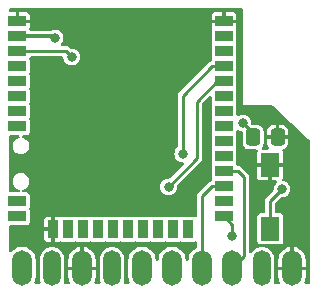
<source format=gbr>
%TF.GenerationSoftware,KiCad,Pcbnew,7.0.2-1.fc38*%
%TF.CreationDate,2023-06-06T11:06:49+02:00*%
%TF.ProjectId,marauder_mini_pcb,6d617261-7564-4657-925f-6d696e695f70,rev?*%
%TF.SameCoordinates,Original*%
%TF.FileFunction,Copper,L1,Top*%
%TF.FilePolarity,Positive*%
%FSLAX46Y46*%
G04 Gerber Fmt 4.6, Leading zero omitted, Abs format (unit mm)*
G04 Created by KiCad (PCBNEW 7.0.2-1.fc38) date 2023-06-06 11:06:49*
%MOMM*%
%LPD*%
G01*
G04 APERTURE LIST*
G04 Aperture macros list*
%AMRoundRect*
0 Rectangle with rounded corners*
0 $1 Rounding radius*
0 $2 $3 $4 $5 $6 $7 $8 $9 X,Y pos of 4 corners*
0 Add a 4 corners polygon primitive as box body*
4,1,4,$2,$3,$4,$5,$6,$7,$8,$9,$2,$3,0*
0 Add four circle primitives for the rounded corners*
1,1,$1+$1,$2,$3*
1,1,$1+$1,$4,$5*
1,1,$1+$1,$6,$7*
1,1,$1+$1,$8,$9*
0 Add four rect primitives between the rounded corners*
20,1,$1+$1,$2,$3,$4,$5,0*
20,1,$1+$1,$4,$5,$6,$7,0*
20,1,$1+$1,$6,$7,$8,$9,0*
20,1,$1+$1,$8,$9,$2,$3,0*%
G04 Aperture macros list end*
%TA.AperFunction,SMDPad,CuDef*%
%ADD10RoundRect,0.250000X0.337500X0.475000X-0.337500X0.475000X-0.337500X-0.475000X0.337500X-0.475000X0*%
%TD*%
%TA.AperFunction,SMDPad,CuDef*%
%ADD11R,1.500000X0.900000*%
%TD*%
%TA.AperFunction,SMDPad,CuDef*%
%ADD12R,0.900000X1.500000*%
%TD*%
%TA.AperFunction,ComponentPad*%
%ADD13O,1.700000X3.000000*%
%TD*%
%TA.AperFunction,ComponentPad*%
%ADD14O,1.500000X3.000000*%
%TD*%
%TA.AperFunction,SMDPad,CuDef*%
%ADD15R,1.600000X2.000000*%
%TD*%
%TA.AperFunction,ViaPad*%
%ADD16C,0.800000*%
%TD*%
%TA.AperFunction,Conductor*%
%ADD17C,0.250000*%
%TD*%
%TA.AperFunction,Conductor*%
%ADD18C,0.300000*%
%TD*%
G04 APERTURE END LIST*
D10*
%TO.P,LED,1,K*%
%TO.N,GND*%
X93437500Y-61200000D03*
%TO.P,LED,2,A*%
%TO.N,Net-(D1-A)*%
X91362500Y-61200000D03*
%TD*%
D11*
%TO.P,U1,1,GND*%
%TO.N,GND*%
X71400000Y-51390000D03*
%TO.P,U1,2,VDD*%
%TO.N,Net-(SW1-B)*%
X71400000Y-52660000D03*
%TO.P,U1,3,EN*%
%TO.N,Net-(U1-EN)*%
X71400000Y-53930000D03*
%TO.P,U1,4,SENSOR_VP*%
%TO.N,unconnected-(U1-SENSOR_VP-Pad4)*%
X71400000Y-55200000D03*
%TO.P,U1,5,SENSOR_VN*%
%TO.N,unconnected-(U1-SENSOR_VN-Pad5)*%
X71400000Y-56470000D03*
%TO.P,U1,6,IO34*%
%TO.N,unconnected-(U1-IO34-Pad6)*%
X71400000Y-57740000D03*
%TO.P,U1,7,IO35*%
%TO.N,unconnected-(U1-IO35-Pad7)*%
X71400000Y-59010000D03*
%TO.P,U1,8,IO32*%
%TO.N,unconnected-(U1-IO32-Pad8)*%
X71400000Y-60280000D03*
%TO.P,U1,13,IO14*%
%TO.N,unconnected-(U1-IO14-Pad13)*%
X71400000Y-66630000D03*
%TO.P,U1,14,IO12*%
%TO.N,unconnected-(U1-IO12-Pad14)*%
X71400000Y-67900000D03*
D12*
%TO.P,U1,15,GND*%
%TO.N,GND*%
X74435000Y-68995000D03*
%TO.P,U1,16,IO13*%
%TO.N,unconnected-(U1-IO13-Pad16)*%
X75705000Y-68995000D03*
%TO.P,U1,17,SHD/SD2*%
%TO.N,unconnected-(U1-SHD{slash}SD2-Pad17)*%
X76975000Y-68995000D03*
%TO.P,U1,18,SWP/SD3*%
%TO.N,unconnected-(U1-SWP{slash}SD3-Pad18)*%
X78245000Y-68995000D03*
%TO.P,U1,19,SCS/CMD*%
%TO.N,unconnected-(U1-SCS{slash}CMD-Pad19)*%
X79515000Y-68995000D03*
%TO.P,U1,20,SCK/CLK*%
%TO.N,unconnected-(U1-SCK{slash}CLK-Pad20)*%
X80785000Y-68995000D03*
%TO.P,U1,21,SDO/SD0*%
%TO.N,unconnected-(U1-SDO{slash}SD0-Pad21)*%
X82055000Y-68995000D03*
%TO.P,U1,22,SDI/SD1*%
%TO.N,unconnected-(U1-SDI{slash}SD1-Pad22)*%
X83325000Y-68995000D03*
%TO.P,U1,23,IO15*%
%TO.N,unconnected-(U1-IO15-Pad23)*%
X84595000Y-68995000D03*
%TO.P,U1,24,IO2*%
%TO.N,unconnected-(U1-IO2-Pad24)*%
X85865000Y-68995000D03*
D11*
%TO.P,U1,25,IO0*%
%TO.N,Net-(U1-IO0)*%
X88900000Y-67900000D03*
%TO.P,U1,26,IO4*%
%TO.N,unconnected-(U1-IO4-Pad26)*%
X88900000Y-66630000D03*
%TO.P,U1,27,IO16*%
%TO.N,Net-(J1-Pin_4)*%
X88900000Y-65360000D03*
%TO.P,U1,28,IO17*%
%TO.N,Net-(J1-Pin_3)*%
X88900000Y-64090000D03*
%TO.P,U1,29,IO5*%
%TO.N,unconnected-(U1-IO5-Pad29)*%
X88900000Y-62820000D03*
%TO.P,U1,30,IO18*%
%TO.N,unconnected-(U1-IO18-Pad30)*%
X88900000Y-61550000D03*
%TO.P,U1,31,IO19*%
%TO.N,unconnected-(U1-IO19-Pad31)*%
X88900000Y-60280000D03*
%TO.P,U1,32,NC*%
%TO.N,unconnected-(U1-NC-Pad32)*%
X88900000Y-59010000D03*
%TO.P,U1,33,IO21*%
%TO.N,unconnected-(U1-IO21-Pad33)*%
X88900000Y-57740000D03*
%TO.P,U1,34,RXD0/IO3*%
%TO.N,Net-(J1-Pin_6)*%
X88900000Y-56470000D03*
%TO.P,U1,35,TXD0/IO1*%
%TO.N,Net-(J1-Pin_5)*%
X88900000Y-55200000D03*
%TO.P,U1,36,IO22*%
%TO.N,unconnected-(U1-IO22-Pad36)*%
X88900000Y-53930000D03*
%TO.P,U1,37,IO23*%
%TO.N,unconnected-(U1-IO23-Pad37)*%
X88900000Y-52660000D03*
%TO.P,U1,38,GND*%
%TO.N,GND*%
X88900000Y-51390000D03*
%TD*%
D13*
%TO.P,J1,1,Pin_1*%
%TO.N,GND*%
X94660000Y-72300000D03*
D14*
%TO.P,J1,2,Pin_2*%
%TO.N,unconnected-(J1-Pin_2-Pad2)*%
X92120000Y-72300000D03*
D13*
%TO.P,J1,3,Pin_3*%
%TO.N,Net-(J1-Pin_3)*%
X89580000Y-72300000D03*
%TO.P,J1,4,Pin_4*%
%TO.N,Net-(J1-Pin_4)*%
X87040000Y-72300000D03*
%TO.P,J1,5,Pin_5*%
%TO.N,Net-(J1-Pin_5)*%
X84500000Y-72300000D03*
%TO.P,J1,6,Pin_6*%
%TO.N,Net-(J1-Pin_6)*%
X81960000Y-72300000D03*
D14*
%TO.P,J1,7,Pin_7*%
%TO.N,unconnected-(J1-Pin_7-Pad7)*%
X79420000Y-72300000D03*
D13*
%TO.P,J1,8,Pin_8*%
%TO.N,GND*%
X76880000Y-72300000D03*
D14*
%TO.P,J1,9,Pin_9*%
%TO.N,unconnected-(J1-Pin_9-Pad9)*%
X74340000Y-72300000D03*
D13*
%TO.P,J1,10,Pin_10*%
%TO.N,Net-(J1-Pin_10)*%
X71800000Y-72300000D03*
%TD*%
D15*
%TO.P,EN,1,1*%
%TO.N,GND*%
X92800000Y-63550000D03*
%TO.P,EN,2,2*%
%TO.N,Net-(U1-EN)*%
X92800000Y-68950000D03*
%TD*%
D16*
%TO.N,GND*%
X74000000Y-58000000D03*
X83000000Y-54000000D03*
%TO.N,Net-(D1-A)*%
X90500000Y-60000000D03*
%TO.N,Net-(J1-Pin_5)*%
X85400000Y-62600000D03*
%TO.N,Net-(J1-Pin_6)*%
X84200000Y-65400000D03*
%TO.N,Net-(SW1-B)*%
X74600000Y-52800000D03*
%TO.N,Net-(U1-IO0)*%
X89600000Y-69600000D03*
%TO.N,Net-(U1-EN)*%
X76000000Y-54400000D03*
X93800000Y-65600000D03*
%TD*%
D17*
%TO.N,Net-(D1-A)*%
X91362500Y-60862500D02*
X91362500Y-61200000D01*
X90500000Y-60000000D02*
X91362500Y-60862500D01*
%TO.N,Net-(J1-Pin_5)*%
X85400000Y-57700000D02*
X87900000Y-55200000D01*
X85400000Y-62600000D02*
X85400000Y-57700000D01*
X87900000Y-55200000D02*
X88900000Y-55200000D01*
%TO.N,Net-(J1-Pin_6)*%
X88320000Y-56470000D02*
X88900000Y-56470000D01*
X86600000Y-63000000D02*
X86600000Y-58190000D01*
X84200000Y-65400000D02*
X86600000Y-63000000D01*
X86600000Y-58190000D02*
X88320000Y-56470000D01*
%TO.N,Net-(J1-Pin_3)*%
X90090000Y-64090000D02*
X88900000Y-64090000D01*
X90600000Y-71280000D02*
X90600000Y-64600000D01*
X89580000Y-72300000D02*
X90600000Y-71280000D01*
X90600000Y-64600000D02*
X90090000Y-64090000D01*
%TO.N,Net-(J1-Pin_4)*%
X87900000Y-65360000D02*
X88900000Y-65360000D01*
X87040000Y-66220000D02*
X87900000Y-65360000D01*
X87040000Y-72300000D02*
X87040000Y-66220000D01*
D18*
%TO.N,Net-(SW1-B)*%
X74460000Y-52660000D02*
X71400000Y-52660000D01*
X74600000Y-52800000D02*
X74460000Y-52660000D01*
D17*
%TO.N,Net-(U1-IO0)*%
X89600000Y-68600000D02*
X88900000Y-67900000D01*
X89600000Y-69600000D02*
X89600000Y-68600000D01*
%TO.N,Net-(U1-EN)*%
X92800000Y-66600000D02*
X93800000Y-65600000D01*
X71400000Y-53930000D02*
X75530000Y-53930000D01*
X75530000Y-53930000D02*
X76000000Y-54400000D01*
X92800000Y-68950000D02*
X92800000Y-66600000D01*
%TD*%
%TA.AperFunction,Conductor*%
%TO.N,GND*%
G36*
X90443039Y-50269685D02*
G01*
X90488794Y-50322489D01*
X90500000Y-50373999D01*
X90500000Y-58500000D01*
X92950964Y-58500000D01*
X93018003Y-58519685D01*
X93035771Y-58533536D01*
X96013527Y-61325182D01*
X96160809Y-61463258D01*
X96196253Y-61523470D01*
X96200000Y-61553721D01*
X96200000Y-73476000D01*
X96180315Y-73543039D01*
X96127511Y-73588794D01*
X96076000Y-73600000D01*
X95821288Y-73600000D01*
X95754249Y-73580315D01*
X95708494Y-73527511D01*
X95698550Y-73458353D01*
X95710287Y-73420729D01*
X95736938Y-73367204D01*
X95795262Y-73162219D01*
X95809734Y-73006030D01*
X95810000Y-73000297D01*
X95810000Y-72450000D01*
X95137065Y-72450000D01*
X95160000Y-72371889D01*
X95160000Y-72228111D01*
X95137065Y-72150000D01*
X95810000Y-72150000D01*
X95810000Y-71599702D01*
X95809734Y-71593969D01*
X95795262Y-71437780D01*
X95736937Y-71232791D01*
X95641941Y-71042011D01*
X95513502Y-70871932D01*
X95355996Y-70728345D01*
X95174798Y-70616153D01*
X94976061Y-70539162D01*
X94809999Y-70508119D01*
X94809999Y-71818829D01*
X94802315Y-71815320D01*
X94695763Y-71800000D01*
X94624237Y-71800000D01*
X94517685Y-71815320D01*
X94510000Y-71818829D01*
X94510000Y-70508119D01*
X94343938Y-70539162D01*
X94145201Y-70616153D01*
X93964003Y-70728345D01*
X93806497Y-70871932D01*
X93678058Y-71042011D01*
X93583062Y-71232791D01*
X93524737Y-71437780D01*
X93510265Y-71593969D01*
X93510000Y-71599702D01*
X93510000Y-72150000D01*
X94182935Y-72150000D01*
X94160000Y-72228111D01*
X94160000Y-72371889D01*
X94182935Y-72450000D01*
X93510000Y-72450000D01*
X93510000Y-73000297D01*
X93510265Y-73006030D01*
X93524737Y-73162219D01*
X93583061Y-73367204D01*
X93609713Y-73420729D01*
X93621973Y-73489515D01*
X93595099Y-73554009D01*
X93537623Y-73593737D01*
X93498712Y-73600000D01*
X93218124Y-73600000D01*
X93151085Y-73580315D01*
X93105330Y-73527511D01*
X93095386Y-73458353D01*
X93099463Y-73440005D01*
X93155300Y-73255934D01*
X93170500Y-73101608D01*
X93170500Y-71498392D01*
X93155300Y-71344066D01*
X93095232Y-71146046D01*
X92997685Y-70963550D01*
X92930089Y-70881183D01*
X92866410Y-70803589D01*
X92768952Y-70723609D01*
X92706450Y-70672315D01*
X92523954Y-70574768D01*
X92424944Y-70544733D01*
X92325932Y-70514699D01*
X92155390Y-70497902D01*
X92121681Y-70484290D01*
X92107389Y-70493476D01*
X92084608Y-70497902D01*
X91914067Y-70514699D01*
X91716043Y-70574769D01*
X91533551Y-70672314D01*
X91373589Y-70803589D01*
X91245354Y-70959847D01*
X91187608Y-70999182D01*
X91117764Y-71001053D01*
X91057995Y-70964866D01*
X91027279Y-70902110D01*
X91025500Y-70881183D01*
X91025500Y-69991302D01*
X91699500Y-69991302D01*
X91699501Y-69994864D01*
X91699912Y-69998407D01*
X91702415Y-70019991D01*
X91747795Y-70122767D01*
X91827232Y-70202204D01*
X91827233Y-70202204D01*
X91827235Y-70202206D01*
X91930009Y-70247585D01*
X91955135Y-70250500D01*
X92072455Y-70250499D01*
X92120891Y-70264721D01*
X92144441Y-70252670D01*
X92167535Y-70250499D01*
X93644864Y-70250499D01*
X93669991Y-70247585D01*
X93772765Y-70202206D01*
X93852206Y-70122765D01*
X93897585Y-70019991D01*
X93900500Y-69994865D01*
X93900499Y-67905136D01*
X93897585Y-67880009D01*
X93852206Y-67777235D01*
X93852204Y-67777233D01*
X93852204Y-67777232D01*
X93772767Y-67697795D01*
X93669990Y-67652414D01*
X93648414Y-67649911D01*
X93648401Y-67649910D01*
X93644865Y-67649500D01*
X93641290Y-67649500D01*
X93349500Y-67649500D01*
X93282461Y-67629815D01*
X93236706Y-67577011D01*
X93225500Y-67525500D01*
X93225500Y-66827608D01*
X93245185Y-66760569D01*
X93261814Y-66739932D01*
X93664928Y-66336818D01*
X93726251Y-66303334D01*
X93752609Y-66300500D01*
X93885055Y-66300500D01*
X93885056Y-66300500D01*
X94050225Y-66259790D01*
X94200852Y-66180734D01*
X94328183Y-66067929D01*
X94424818Y-65927930D01*
X94485140Y-65768872D01*
X94505645Y-65600000D01*
X94485140Y-65431128D01*
X94424818Y-65272070D01*
X94328183Y-65132071D01*
X94200852Y-65019266D01*
X94148227Y-64991646D01*
X94050224Y-64940209D01*
X93927987Y-64910081D01*
X93867606Y-64874925D01*
X93835818Y-64812705D01*
X93842714Y-64743177D01*
X93844227Y-64739598D01*
X93897090Y-64619874D01*
X93899588Y-64598340D01*
X93900000Y-64591219D01*
X93900000Y-63700000D01*
X92950000Y-63700000D01*
X92950000Y-64849999D01*
X93263250Y-64849999D01*
X93330289Y-64869684D01*
X93376044Y-64922488D01*
X93385988Y-64991646D01*
X93356963Y-65055202D01*
X93345483Y-65066808D01*
X93314788Y-65094002D01*
X93271815Y-65132072D01*
X93175182Y-65272069D01*
X93114860Y-65431127D01*
X93094354Y-65600002D01*
X93098326Y-65632713D01*
X93086865Y-65701637D01*
X93062911Y-65735339D01*
X92488197Y-66310052D01*
X92488193Y-66310058D01*
X92451471Y-66346780D01*
X92440509Y-66368294D01*
X92430347Y-66384877D01*
X92416151Y-66404417D01*
X92408687Y-66427387D01*
X92401244Y-66445356D01*
X92390280Y-66466874D01*
X92386503Y-66490723D01*
X92381962Y-66509639D01*
X92374500Y-66532606D01*
X92374500Y-67525500D01*
X92354815Y-67592539D01*
X92302011Y-67638294D01*
X92250500Y-67649500D01*
X91958714Y-67649500D01*
X91958696Y-67649500D01*
X91955136Y-67649501D01*
X91951592Y-67649911D01*
X91951592Y-67649912D01*
X91930008Y-67652415D01*
X91827232Y-67697795D01*
X91747795Y-67777232D01*
X91702414Y-67880009D01*
X91699911Y-67901585D01*
X91699911Y-67901592D01*
X91699500Y-67905135D01*
X91699500Y-67908708D01*
X91699500Y-67908709D01*
X91699500Y-69991285D01*
X91699500Y-69991302D01*
X91025500Y-69991302D01*
X91025500Y-64532608D01*
X91018039Y-64509648D01*
X91013495Y-64490719D01*
X91009719Y-64466874D01*
X90998756Y-64445359D01*
X90991309Y-64427379D01*
X90988698Y-64419344D01*
X90983849Y-64404419D01*
X90969654Y-64384882D01*
X90959490Y-64368295D01*
X90948527Y-64346779D01*
X90384635Y-63782887D01*
X90384633Y-63782884D01*
X90367194Y-63765445D01*
X90343220Y-63741472D01*
X90321702Y-63730508D01*
X90305111Y-63720340D01*
X90285582Y-63706151D01*
X90266651Y-63700000D01*
X91700001Y-63700000D01*
X91700001Y-64591213D01*
X91700412Y-64598335D01*
X91702910Y-64619876D01*
X91748213Y-64722479D01*
X91827519Y-64801785D01*
X91930125Y-64847090D01*
X91951659Y-64849588D01*
X91958780Y-64849999D01*
X92649999Y-64849999D01*
X92650000Y-64849998D01*
X92650000Y-63700000D01*
X91700001Y-63700000D01*
X90266651Y-63700000D01*
X90262616Y-63698689D01*
X90244638Y-63691242D01*
X90223128Y-63680282D01*
X90223127Y-63680281D01*
X90223126Y-63680281D01*
X90199270Y-63676502D01*
X90180359Y-63671962D01*
X90157393Y-63664500D01*
X90123488Y-63664500D01*
X90068994Y-63664500D01*
X90001955Y-63644815D01*
X89956200Y-63592011D01*
X89954313Y-63585247D01*
X89918919Y-63505086D01*
X89909847Y-63435808D01*
X89918919Y-63404913D01*
X89947585Y-63339991D01*
X89950500Y-63314865D01*
X89950499Y-62325136D01*
X89947585Y-62300009D01*
X89918919Y-62235086D01*
X89909847Y-62165808D01*
X89918919Y-62134913D01*
X89920174Y-62132071D01*
X89947585Y-62069991D01*
X89950500Y-62044865D01*
X89950499Y-61055136D01*
X89947585Y-61030009D01*
X89918919Y-60965086D01*
X89909847Y-60895808D01*
X89918919Y-60864913D01*
X89947585Y-60799991D01*
X89950500Y-60774865D01*
X89950499Y-60707837D01*
X89970183Y-60640800D01*
X90022986Y-60595044D01*
X90092144Y-60585100D01*
X90132124Y-60598041D01*
X90213593Y-60640800D01*
X90249775Y-60659790D01*
X90380174Y-60691930D01*
X90440555Y-60727086D01*
X90472344Y-60789305D01*
X90474500Y-60812326D01*
X90474500Y-61718102D01*
X90474940Y-61721765D01*
X90485123Y-61806567D01*
X90540541Y-61947093D01*
X90540639Y-61947342D01*
X90569419Y-61985294D01*
X90632077Y-62067922D01*
X90662500Y-62090992D01*
X90752658Y-62159361D01*
X90786648Y-62172765D01*
X90893432Y-62214876D01*
X90893434Y-62214876D01*
X90893436Y-62214877D01*
X90981898Y-62225500D01*
X90985599Y-62225500D01*
X91625036Y-62225500D01*
X91692075Y-62245185D01*
X91737830Y-62297989D01*
X91747774Y-62367147D01*
X91738471Y-62399585D01*
X91702910Y-62480124D01*
X91700411Y-62501659D01*
X91700000Y-62508780D01*
X91700000Y-63400000D01*
X93899999Y-63400000D01*
X93899999Y-62508786D01*
X93899587Y-62501664D01*
X93897089Y-62480123D01*
X93850683Y-62375021D01*
X93841612Y-62305743D01*
X93871436Y-62242558D01*
X93918628Y-62209581D01*
X94047096Y-62158919D01*
X94167565Y-62067565D01*
X94258921Y-61947093D01*
X94314385Y-61806448D01*
X94324559Y-61721723D01*
X94325000Y-61714359D01*
X94325000Y-61350000D01*
X92550000Y-61350000D01*
X92550000Y-61714359D01*
X92550440Y-61721723D01*
X92560614Y-61806448D01*
X92616078Y-61947093D01*
X92694929Y-62051075D01*
X92719752Y-62116387D01*
X92705324Y-62184750D01*
X92656226Y-62234461D01*
X92596125Y-62250000D01*
X92204501Y-62250000D01*
X92137462Y-62230315D01*
X92091707Y-62177511D01*
X92081763Y-62108353D01*
X92105695Y-62051077D01*
X92184361Y-61947342D01*
X92239877Y-61806564D01*
X92250500Y-61718102D01*
X92250500Y-61050000D01*
X92550000Y-61050000D01*
X93287500Y-61050000D01*
X93287500Y-60175000D01*
X93587500Y-60175000D01*
X93587500Y-61050000D01*
X94325000Y-61050000D01*
X94325000Y-60685640D01*
X94324559Y-60678276D01*
X94314385Y-60593551D01*
X94258921Y-60452906D01*
X94167565Y-60332434D01*
X94047093Y-60241078D01*
X93906448Y-60185614D01*
X93821723Y-60175440D01*
X93814360Y-60175000D01*
X93587500Y-60175000D01*
X93287500Y-60175000D01*
X93060640Y-60175000D01*
X93053276Y-60175440D01*
X92968551Y-60185614D01*
X92827906Y-60241078D01*
X92707434Y-60332434D01*
X92616078Y-60452906D01*
X92560614Y-60593551D01*
X92550440Y-60678276D01*
X92550000Y-60685640D01*
X92550000Y-61050000D01*
X92250500Y-61050000D01*
X92250500Y-60681898D01*
X92239877Y-60593436D01*
X92239876Y-60593434D01*
X92239876Y-60593432D01*
X92190383Y-60467929D01*
X92184361Y-60452658D01*
X92138641Y-60392367D01*
X92092922Y-60332077D01*
X92013416Y-60271787D01*
X91972342Y-60240639D01*
X91972340Y-60240638D01*
X91831567Y-60185123D01*
X91768862Y-60177593D01*
X91743102Y-60174500D01*
X91739401Y-60174500D01*
X91327610Y-60174500D01*
X91260571Y-60154815D01*
X91239929Y-60138181D01*
X91237087Y-60135339D01*
X91203602Y-60074016D01*
X91201672Y-60032715D01*
X91205645Y-60000000D01*
X91185140Y-59831128D01*
X91124818Y-59672070D01*
X91028183Y-59532071D01*
X90900852Y-59419266D01*
X90845453Y-59390190D01*
X90750224Y-59340209D01*
X90625765Y-59309533D01*
X90585056Y-59299500D01*
X90414944Y-59299500D01*
X90373651Y-59309677D01*
X90249772Y-59340210D01*
X90132125Y-59401957D01*
X90063617Y-59415683D01*
X89998563Y-59390190D01*
X89957619Y-59333575D01*
X89950499Y-59292165D01*
X89950499Y-58515136D01*
X89947585Y-58490009D01*
X89918919Y-58425086D01*
X89909847Y-58355808D01*
X89918919Y-58324913D01*
X89947585Y-58259991D01*
X89950500Y-58234865D01*
X89950499Y-57245136D01*
X89947585Y-57220009D01*
X89918919Y-57155086D01*
X89909847Y-57085808D01*
X89918919Y-57054913D01*
X89947585Y-56989991D01*
X89950500Y-56964865D01*
X89950499Y-55975136D01*
X89947585Y-55950009D01*
X89918919Y-55885086D01*
X89909847Y-55815808D01*
X89918919Y-55784913D01*
X89947585Y-55719991D01*
X89950500Y-55694865D01*
X89950499Y-54705136D01*
X89947585Y-54680009D01*
X89918919Y-54615086D01*
X89909847Y-54545808D01*
X89918919Y-54514913D01*
X89927535Y-54495399D01*
X89947585Y-54449991D01*
X89950500Y-54424865D01*
X89950499Y-53435136D01*
X89947585Y-53410009D01*
X89918919Y-53345086D01*
X89909847Y-53275808D01*
X89918919Y-53244913D01*
X89922143Y-53237612D01*
X89947585Y-53179991D01*
X89950500Y-53154865D01*
X89950499Y-52165136D01*
X89947585Y-52140009D01*
X89918644Y-52074465D01*
X89909574Y-52005189D01*
X89918646Y-51974294D01*
X89947089Y-51909875D01*
X89949588Y-51888340D01*
X89950000Y-51881219D01*
X89950000Y-51540000D01*
X87850001Y-51540000D01*
X87850001Y-51881213D01*
X87850412Y-51888335D01*
X87852910Y-51909876D01*
X87881354Y-51974296D01*
X87890425Y-52043574D01*
X87881354Y-52074466D01*
X87852415Y-52140007D01*
X87849911Y-52161585D01*
X87849911Y-52161592D01*
X87849500Y-52165135D01*
X87849500Y-52168708D01*
X87849500Y-52168709D01*
X87849500Y-53151285D01*
X87849500Y-53151302D01*
X87849501Y-53154864D01*
X87852415Y-53179991D01*
X87875970Y-53233339D01*
X87881081Y-53244913D01*
X87890152Y-53314192D01*
X87881081Y-53345084D01*
X87852415Y-53410007D01*
X87849911Y-53431585D01*
X87849911Y-53431592D01*
X87849500Y-53435135D01*
X87849500Y-53438708D01*
X87849500Y-53438709D01*
X87849500Y-54421285D01*
X87849500Y-54421302D01*
X87849501Y-54424864D01*
X87849912Y-54428407D01*
X87852415Y-54449991D01*
X87881081Y-54514913D01*
X87890152Y-54584192D01*
X87881081Y-54615084D01*
X87852413Y-54680011D01*
X87851825Y-54685083D01*
X87824544Y-54749407D01*
X87782643Y-54777978D01*
X87784370Y-54781367D01*
X87745356Y-54801244D01*
X87727387Y-54808687D01*
X87704417Y-54816151D01*
X87684877Y-54830347D01*
X87668294Y-54840509D01*
X87646780Y-54851471D01*
X85051471Y-57446780D01*
X85040509Y-57468294D01*
X85030347Y-57484877D01*
X85016151Y-57504417D01*
X85008687Y-57527387D01*
X85001244Y-57545356D01*
X84990280Y-57566874D01*
X84986503Y-57590723D01*
X84981962Y-57609639D01*
X84974500Y-57632606D01*
X84974500Y-61985294D01*
X84954815Y-62052333D01*
X84932727Y-62078109D01*
X84871817Y-62132069D01*
X84775182Y-62272069D01*
X84714860Y-62431127D01*
X84694354Y-62600000D01*
X84714860Y-62768872D01*
X84775182Y-62927930D01*
X84871815Y-63067927D01*
X84871816Y-63067928D01*
X84871817Y-63067929D01*
X84999148Y-63180734D01*
X85149775Y-63259790D01*
X85314944Y-63300500D01*
X85314945Y-63300500D01*
X85398390Y-63300500D01*
X85465429Y-63320185D01*
X85511184Y-63372989D01*
X85521128Y-63442147D01*
X85492103Y-63505703D01*
X85486075Y-63512175D01*
X84748751Y-64249500D01*
X84335070Y-64663181D01*
X84273747Y-64696666D01*
X84247389Y-64699500D01*
X84114944Y-64699500D01*
X84082284Y-64707549D01*
X83949775Y-64740209D01*
X83799149Y-64819265D01*
X83671815Y-64932072D01*
X83575182Y-65072069D01*
X83514860Y-65231127D01*
X83494354Y-65399999D01*
X83514860Y-65568872D01*
X83575182Y-65727930D01*
X83671815Y-65867927D01*
X83671816Y-65867928D01*
X83671817Y-65867929D01*
X83799148Y-65980734D01*
X83949775Y-66059790D01*
X84114944Y-66100500D01*
X84114945Y-66100500D01*
X84285055Y-66100500D01*
X84285056Y-66100500D01*
X84450225Y-66059790D01*
X84600852Y-65980734D01*
X84728183Y-65867929D01*
X84824818Y-65727930D01*
X84885140Y-65568872D01*
X84905645Y-65400000D01*
X84901672Y-65367285D01*
X84913131Y-65298366D01*
X84937084Y-65264662D01*
X86924554Y-63277194D01*
X86924553Y-63277193D01*
X86948526Y-63253222D01*
X86948526Y-63253221D01*
X86948528Y-63253220D01*
X86959491Y-63231702D01*
X86969656Y-63215115D01*
X86983850Y-63195580D01*
X86991313Y-63172609D01*
X86998751Y-63154650D01*
X87009719Y-63133126D01*
X87013495Y-63109278D01*
X87018036Y-63090360D01*
X87025500Y-63067393D01*
X87025500Y-62932607D01*
X87025500Y-58417609D01*
X87045185Y-58350570D01*
X87061815Y-58329932D01*
X87637821Y-57753925D01*
X87699142Y-57720442D01*
X87768833Y-57725426D01*
X87824767Y-57767297D01*
X87849184Y-57832762D01*
X87849500Y-57841608D01*
X87849500Y-58231285D01*
X87849500Y-58231302D01*
X87849501Y-58234864D01*
X87849912Y-58238407D01*
X87852415Y-58259991D01*
X87881081Y-58324913D01*
X87890152Y-58394192D01*
X87881081Y-58425084D01*
X87852415Y-58490007D01*
X87849911Y-58511585D01*
X87849911Y-58511592D01*
X87849500Y-58515135D01*
X87849500Y-58518708D01*
X87849500Y-58518709D01*
X87849500Y-59501285D01*
X87849500Y-59501302D01*
X87849501Y-59504864D01*
X87849912Y-59508407D01*
X87852415Y-59529991D01*
X87881081Y-59594913D01*
X87890152Y-59664192D01*
X87881081Y-59695084D01*
X87852415Y-59760007D01*
X87849911Y-59781585D01*
X87849911Y-59781592D01*
X87849500Y-59785135D01*
X87849500Y-59788708D01*
X87849500Y-59788709D01*
X87849500Y-60771285D01*
X87849500Y-60771302D01*
X87849501Y-60774864D01*
X87849912Y-60778407D01*
X87852415Y-60799991D01*
X87881081Y-60864913D01*
X87890152Y-60934192D01*
X87881081Y-60965084D01*
X87852415Y-61030007D01*
X87849911Y-61051585D01*
X87849911Y-61051592D01*
X87849500Y-61055135D01*
X87849500Y-61058708D01*
X87849500Y-61058709D01*
X87849500Y-62041285D01*
X87849500Y-62041302D01*
X87849501Y-62044864D01*
X87852415Y-62069991D01*
X87879825Y-62132070D01*
X87881081Y-62134913D01*
X87890152Y-62204192D01*
X87881081Y-62235084D01*
X87852415Y-62300007D01*
X87849911Y-62321585D01*
X87849911Y-62321592D01*
X87849500Y-62325135D01*
X87849500Y-62328708D01*
X87849500Y-62328709D01*
X87849500Y-63311285D01*
X87849500Y-63311302D01*
X87849501Y-63314864D01*
X87852415Y-63339991D01*
X87878911Y-63400000D01*
X87881081Y-63404913D01*
X87890152Y-63474192D01*
X87881081Y-63505084D01*
X87852415Y-63570007D01*
X87849911Y-63591585D01*
X87849910Y-63591599D01*
X87849500Y-63595135D01*
X87849500Y-63598708D01*
X87849500Y-63598709D01*
X87849500Y-64581285D01*
X87849500Y-64581302D01*
X87849501Y-64584864D01*
X87849912Y-64588407D01*
X87852415Y-64609991D01*
X87881081Y-64674913D01*
X87890152Y-64744192D01*
X87881081Y-64775084D01*
X87852413Y-64840011D01*
X87851825Y-64845083D01*
X87824543Y-64909406D01*
X87782645Y-64937975D01*
X87784372Y-64941365D01*
X87745362Y-64961241D01*
X87727386Y-64968687D01*
X87704419Y-64976149D01*
X87684881Y-64990344D01*
X87668298Y-65000506D01*
X87646780Y-65011471D01*
X87564245Y-65094002D01*
X87564219Y-65094032D01*
X86786780Y-65871472D01*
X86691471Y-65966780D01*
X86680509Y-65988294D01*
X86670347Y-66004877D01*
X86656151Y-66024417D01*
X86648687Y-66047387D01*
X86641244Y-66065356D01*
X86630280Y-66086874D01*
X86626503Y-66110723D01*
X86621962Y-66129639D01*
X86614500Y-66152606D01*
X86614500Y-67858451D01*
X86594815Y-67925490D01*
X86542011Y-67971245D01*
X86472853Y-67981189D01*
X86440415Y-67971886D01*
X86384992Y-67947415D01*
X86363414Y-67944911D01*
X86363401Y-67944910D01*
X86359865Y-67944500D01*
X86356290Y-67944500D01*
X85373714Y-67944500D01*
X85373696Y-67944500D01*
X85370136Y-67944501D01*
X85366592Y-67944911D01*
X85366592Y-67944912D01*
X85345006Y-67947415D01*
X85280085Y-67976081D01*
X85210807Y-67985152D01*
X85179915Y-67976081D01*
X85114991Y-67947415D01*
X85093414Y-67944911D01*
X85093401Y-67944910D01*
X85089865Y-67944500D01*
X85086290Y-67944500D01*
X84103714Y-67944500D01*
X84103696Y-67944500D01*
X84100136Y-67944501D01*
X84096592Y-67944911D01*
X84096592Y-67944912D01*
X84075006Y-67947415D01*
X84010085Y-67976081D01*
X83940807Y-67985152D01*
X83909915Y-67976081D01*
X83844991Y-67947415D01*
X83823414Y-67944911D01*
X83823401Y-67944910D01*
X83819865Y-67944500D01*
X83816290Y-67944500D01*
X82833714Y-67944500D01*
X82833696Y-67944500D01*
X82830136Y-67944501D01*
X82826592Y-67944911D01*
X82826592Y-67944912D01*
X82805006Y-67947415D01*
X82740085Y-67976081D01*
X82670807Y-67985152D01*
X82639915Y-67976081D01*
X82574991Y-67947415D01*
X82553414Y-67944911D01*
X82553401Y-67944910D01*
X82549865Y-67944500D01*
X82546290Y-67944500D01*
X81563714Y-67944500D01*
X81563696Y-67944500D01*
X81560136Y-67944501D01*
X81556592Y-67944911D01*
X81556592Y-67944912D01*
X81535006Y-67947415D01*
X81470085Y-67976081D01*
X81400807Y-67985152D01*
X81369915Y-67976081D01*
X81304991Y-67947415D01*
X81283414Y-67944911D01*
X81283401Y-67944910D01*
X81279865Y-67944500D01*
X81276290Y-67944500D01*
X80293714Y-67944500D01*
X80293696Y-67944500D01*
X80290136Y-67944501D01*
X80286592Y-67944911D01*
X80286592Y-67944912D01*
X80265006Y-67947415D01*
X80200085Y-67976081D01*
X80130807Y-67985152D01*
X80099915Y-67976081D01*
X80034991Y-67947415D01*
X80013414Y-67944911D01*
X80013401Y-67944910D01*
X80009865Y-67944500D01*
X80006290Y-67944500D01*
X79023714Y-67944500D01*
X79023696Y-67944500D01*
X79020136Y-67944501D01*
X79016592Y-67944911D01*
X79016592Y-67944912D01*
X78995006Y-67947415D01*
X78930085Y-67976081D01*
X78860807Y-67985152D01*
X78829915Y-67976081D01*
X78764991Y-67947415D01*
X78743414Y-67944911D01*
X78743401Y-67944910D01*
X78739865Y-67944500D01*
X78736290Y-67944500D01*
X77753714Y-67944500D01*
X77753696Y-67944500D01*
X77750136Y-67944501D01*
X77746592Y-67944911D01*
X77746592Y-67944912D01*
X77725006Y-67947415D01*
X77660085Y-67976081D01*
X77590807Y-67985152D01*
X77559915Y-67976081D01*
X77494991Y-67947415D01*
X77473414Y-67944911D01*
X77473401Y-67944910D01*
X77469865Y-67944500D01*
X77466290Y-67944500D01*
X76483714Y-67944500D01*
X76483696Y-67944500D01*
X76480136Y-67944501D01*
X76476592Y-67944911D01*
X76476592Y-67944912D01*
X76455006Y-67947415D01*
X76390085Y-67976081D01*
X76320807Y-67985152D01*
X76289915Y-67976081D01*
X76224991Y-67947415D01*
X76203414Y-67944911D01*
X76203401Y-67944910D01*
X76199865Y-67944500D01*
X76196290Y-67944500D01*
X75213714Y-67944500D01*
X75213696Y-67944500D01*
X75210136Y-67944501D01*
X75206592Y-67944911D01*
X75206592Y-67944912D01*
X75185006Y-67947415D01*
X75119466Y-67976354D01*
X75050187Y-67985425D01*
X75019295Y-67976354D01*
X74954874Y-67947909D01*
X74933340Y-67945411D01*
X74926219Y-67945000D01*
X74585000Y-67945000D01*
X74585000Y-70044999D01*
X74926214Y-70044999D01*
X74933335Y-70044587D01*
X74954877Y-70042089D01*
X75019295Y-70013646D01*
X75088573Y-70004574D01*
X75119467Y-70013646D01*
X75185006Y-70042584D01*
X75185009Y-70042585D01*
X75210135Y-70045500D01*
X76199864Y-70045499D01*
X76224991Y-70042585D01*
X76289914Y-70013918D01*
X76359190Y-70004847D01*
X76390085Y-70013919D01*
X76455006Y-70042584D01*
X76455009Y-70042585D01*
X76480135Y-70045500D01*
X77469864Y-70045499D01*
X77494991Y-70042585D01*
X77559914Y-70013918D01*
X77629190Y-70004847D01*
X77660085Y-70013919D01*
X77725006Y-70042584D01*
X77725009Y-70042585D01*
X77750135Y-70045500D01*
X78739864Y-70045499D01*
X78764991Y-70042585D01*
X78829914Y-70013918D01*
X78899190Y-70004847D01*
X78930085Y-70013919D01*
X78995006Y-70042584D01*
X78995009Y-70042585D01*
X79020135Y-70045500D01*
X80009864Y-70045499D01*
X80034991Y-70042585D01*
X80099914Y-70013918D01*
X80169190Y-70004847D01*
X80200085Y-70013919D01*
X80265006Y-70042584D01*
X80265009Y-70042585D01*
X80290135Y-70045500D01*
X81279864Y-70045499D01*
X81304991Y-70042585D01*
X81369914Y-70013918D01*
X81439190Y-70004847D01*
X81470085Y-70013919D01*
X81535006Y-70042584D01*
X81535009Y-70042585D01*
X81560135Y-70045500D01*
X82549864Y-70045499D01*
X82574991Y-70042585D01*
X82639914Y-70013918D01*
X82709190Y-70004847D01*
X82740085Y-70013919D01*
X82805006Y-70042584D01*
X82805009Y-70042585D01*
X82830135Y-70045500D01*
X83819864Y-70045499D01*
X83844991Y-70042585D01*
X83909914Y-70013918D01*
X83979190Y-70004847D01*
X84010085Y-70013919D01*
X84075006Y-70042584D01*
X84075009Y-70042585D01*
X84100135Y-70045500D01*
X85089864Y-70045499D01*
X85114991Y-70042585D01*
X85179914Y-70013918D01*
X85249190Y-70004847D01*
X85280085Y-70013919D01*
X85345006Y-70042584D01*
X85345009Y-70042585D01*
X85370135Y-70045500D01*
X86359864Y-70045499D01*
X86384991Y-70042585D01*
X86440415Y-70018112D01*
X86509693Y-70009042D01*
X86572877Y-70038866D01*
X86609908Y-70098115D01*
X86614500Y-70131548D01*
X86614500Y-70496080D01*
X86594815Y-70563119D01*
X86542011Y-70608874D01*
X86535294Y-70611706D01*
X86524985Y-70615699D01*
X86343698Y-70727947D01*
X86186126Y-70871594D01*
X86057631Y-71041747D01*
X85962595Y-71232609D01*
X85904243Y-71437689D01*
X85893471Y-71553950D01*
X85867685Y-71618887D01*
X85810885Y-71659575D01*
X85741104Y-71663095D01*
X85680497Y-71628330D01*
X85648307Y-71566317D01*
X85646529Y-71553950D01*
X85635756Y-71437689D01*
X85610064Y-71347393D01*
X85577405Y-71232611D01*
X85567444Y-71212607D01*
X85482368Y-71041747D01*
X85353873Y-70871594D01*
X85196301Y-70727947D01*
X85015017Y-70615701D01*
X84816198Y-70538679D01*
X84783218Y-70532514D01*
X84606610Y-70499500D01*
X84393390Y-70499500D01*
X84312078Y-70514700D01*
X84183801Y-70538679D01*
X83984982Y-70615701D01*
X83803698Y-70727947D01*
X83646126Y-70871594D01*
X83517631Y-71041747D01*
X83422595Y-71232609D01*
X83364243Y-71437689D01*
X83353471Y-71553950D01*
X83327685Y-71618887D01*
X83270885Y-71659575D01*
X83201104Y-71663095D01*
X83140497Y-71628330D01*
X83108307Y-71566317D01*
X83106529Y-71553950D01*
X83095756Y-71437689D01*
X83070064Y-71347393D01*
X83037405Y-71232611D01*
X83027444Y-71212607D01*
X82942368Y-71041747D01*
X82813873Y-70871594D01*
X82656301Y-70727947D01*
X82475017Y-70615701D01*
X82276198Y-70538679D01*
X82243218Y-70532514D01*
X82066610Y-70499500D01*
X81853390Y-70499500D01*
X81772078Y-70514700D01*
X81643801Y-70538679D01*
X81444982Y-70615701D01*
X81263698Y-70727947D01*
X81106126Y-70871594D01*
X80977631Y-71041747D01*
X80882595Y-71232609D01*
X80824243Y-71437689D01*
X80809765Y-71593945D01*
X80809500Y-71596806D01*
X80809500Y-73003194D01*
X80809764Y-73006053D01*
X80809765Y-73006054D01*
X80824243Y-73162310D01*
X80882593Y-73367386D01*
X80909155Y-73420729D01*
X80921415Y-73489515D01*
X80894541Y-73554009D01*
X80837065Y-73593737D01*
X80798154Y-73600000D01*
X80518124Y-73600000D01*
X80451085Y-73580315D01*
X80405330Y-73527511D01*
X80395386Y-73458353D01*
X80399463Y-73440005D01*
X80455300Y-73255934D01*
X80470500Y-73101608D01*
X80470500Y-71498392D01*
X80455300Y-71344066D01*
X80395232Y-71146046D01*
X80297685Y-70963550D01*
X80230089Y-70881183D01*
X80166410Y-70803589D01*
X80068952Y-70723609D01*
X80006450Y-70672315D01*
X79823954Y-70574768D01*
X79724944Y-70544733D01*
X79625932Y-70514699D01*
X79420000Y-70494417D01*
X79214067Y-70514699D01*
X79016043Y-70574769D01*
X78833551Y-70672314D01*
X78673589Y-70803589D01*
X78542314Y-70963551D01*
X78444769Y-71146043D01*
X78384699Y-71344067D01*
X78369798Y-71495358D01*
X78369797Y-71495374D01*
X78369500Y-71498392D01*
X78369500Y-73101608D01*
X78369797Y-73104626D01*
X78369798Y-73104641D01*
X78384699Y-73255932D01*
X78384700Y-73255934D01*
X78434689Y-73420729D01*
X78440537Y-73440005D01*
X78441160Y-73509872D01*
X78403912Y-73568985D01*
X78340617Y-73598576D01*
X78321876Y-73600000D01*
X78041288Y-73600000D01*
X77974249Y-73580315D01*
X77928494Y-73527511D01*
X77918550Y-73458353D01*
X77930287Y-73420729D01*
X77956938Y-73367204D01*
X78015262Y-73162219D01*
X78029734Y-73006030D01*
X78030000Y-73000297D01*
X78030000Y-72450000D01*
X77357065Y-72450000D01*
X77380000Y-72371889D01*
X77380000Y-72228111D01*
X77357065Y-72150000D01*
X78030000Y-72150000D01*
X78030000Y-71599702D01*
X78029734Y-71593969D01*
X78015262Y-71437780D01*
X77956937Y-71232791D01*
X77861941Y-71042011D01*
X77733502Y-70871932D01*
X77575996Y-70728345D01*
X77394798Y-70616153D01*
X77196061Y-70539162D01*
X77030000Y-70508119D01*
X77030000Y-71818829D01*
X77022315Y-71815320D01*
X76915763Y-71800000D01*
X76844237Y-71800000D01*
X76737685Y-71815320D01*
X76730000Y-71818829D01*
X76730000Y-70508119D01*
X76563938Y-70539162D01*
X76365201Y-70616153D01*
X76184003Y-70728345D01*
X76026497Y-70871932D01*
X75898058Y-71042011D01*
X75803062Y-71232791D01*
X75744737Y-71437780D01*
X75730265Y-71593969D01*
X75730000Y-71599702D01*
X75730000Y-72150000D01*
X76402935Y-72150000D01*
X76380000Y-72228111D01*
X76380000Y-72371889D01*
X76402935Y-72450000D01*
X75730000Y-72450000D01*
X75730000Y-73000297D01*
X75730265Y-73006030D01*
X75744737Y-73162219D01*
X75803061Y-73367204D01*
X75829713Y-73420729D01*
X75841973Y-73489515D01*
X75815099Y-73554009D01*
X75757623Y-73593737D01*
X75718712Y-73600000D01*
X75438124Y-73600000D01*
X75371085Y-73580315D01*
X75325330Y-73527511D01*
X75315386Y-73458353D01*
X75319463Y-73440005D01*
X75375300Y-73255934D01*
X75390500Y-73101608D01*
X75390500Y-71498392D01*
X75375300Y-71344066D01*
X75315232Y-71146046D01*
X75217685Y-70963550D01*
X75150089Y-70881183D01*
X75086410Y-70803589D01*
X74988952Y-70723608D01*
X74926450Y-70672315D01*
X74743954Y-70574768D01*
X74644944Y-70544733D01*
X74545932Y-70514699D01*
X74356884Y-70496080D01*
X74340000Y-70494417D01*
X74339999Y-70494417D01*
X74134067Y-70514699D01*
X73936043Y-70574769D01*
X73753551Y-70672314D01*
X73593589Y-70803589D01*
X73462314Y-70963551D01*
X73364769Y-71146043D01*
X73304699Y-71344067D01*
X73289798Y-71495358D01*
X73289797Y-71495374D01*
X73289500Y-71498392D01*
X73289500Y-73101608D01*
X73289797Y-73104626D01*
X73289798Y-73104641D01*
X73304699Y-73255932D01*
X73304700Y-73255934D01*
X73354689Y-73420729D01*
X73360537Y-73440005D01*
X73361160Y-73509872D01*
X73323912Y-73568985D01*
X73260617Y-73598576D01*
X73241876Y-73600000D01*
X72961846Y-73600000D01*
X72894807Y-73580315D01*
X72849052Y-73527511D01*
X72839108Y-73458353D01*
X72850845Y-73420729D01*
X72877406Y-73367386D01*
X72935756Y-73162310D01*
X72935764Y-73162219D01*
X72950500Y-73003194D01*
X72950500Y-71596806D01*
X72935756Y-71437690D01*
X72877405Y-71232611D01*
X72867444Y-71212607D01*
X72782368Y-71041747D01*
X72653873Y-70871594D01*
X72496301Y-70727947D01*
X72315017Y-70615701D01*
X72116198Y-70538679D01*
X72083218Y-70532514D01*
X71906610Y-70499500D01*
X71693390Y-70499500D01*
X71612078Y-70514700D01*
X71483801Y-70538679D01*
X71284982Y-70615701D01*
X71103698Y-70727947D01*
X70946125Y-70871595D01*
X70922953Y-70902280D01*
X70866844Y-70943915D01*
X70797131Y-70948606D01*
X70735950Y-70914863D01*
X70702724Y-70853399D01*
X70700000Y-70827552D01*
X70700000Y-69145000D01*
X73685001Y-69145000D01*
X73685001Y-69786213D01*
X73685412Y-69793335D01*
X73687910Y-69814876D01*
X73733213Y-69917479D01*
X73812519Y-69996785D01*
X73915125Y-70042090D01*
X73936659Y-70044588D01*
X73943780Y-70044999D01*
X74284999Y-70044999D01*
X74285000Y-70044998D01*
X74285000Y-69145000D01*
X73685001Y-69145000D01*
X70700000Y-69145000D01*
X70700000Y-68845000D01*
X73685000Y-68845000D01*
X74285000Y-68845000D01*
X74285000Y-67945000D01*
X73943786Y-67945000D01*
X73936664Y-67945412D01*
X73915123Y-67947910D01*
X73812520Y-67993213D01*
X73733214Y-68072519D01*
X73687909Y-68175125D01*
X73685411Y-68196659D01*
X73685000Y-68203780D01*
X73685000Y-68845000D01*
X70700000Y-68845000D01*
X70700000Y-68774499D01*
X70719685Y-68707460D01*
X70772489Y-68661705D01*
X70823996Y-68650499D01*
X72194864Y-68650499D01*
X72219991Y-68647585D01*
X72322765Y-68602206D01*
X72402206Y-68522765D01*
X72447585Y-68419991D01*
X72450500Y-68394865D01*
X72450499Y-67405136D01*
X72447585Y-67380009D01*
X72418919Y-67315086D01*
X72409847Y-67245808D01*
X72418919Y-67214913D01*
X72447585Y-67149991D01*
X72450500Y-67124865D01*
X72450499Y-66135136D01*
X72447585Y-66110009D01*
X72402206Y-66007235D01*
X72402204Y-66007233D01*
X72402204Y-66007232D01*
X72322767Y-65927795D01*
X72219990Y-65882414D01*
X72198414Y-65879911D01*
X72198401Y-65879910D01*
X72194865Y-65879500D01*
X72191290Y-65879500D01*
X71891194Y-65879500D01*
X71824155Y-65859815D01*
X71778400Y-65807011D01*
X71768456Y-65737853D01*
X71797481Y-65674297D01*
X71847223Y-65639558D01*
X72017930Y-65574818D01*
X72026544Y-65568872D01*
X72157929Y-65478183D01*
X72270734Y-65350852D01*
X72349790Y-65200225D01*
X72390500Y-65035056D01*
X72390500Y-64864944D01*
X72349790Y-64699775D01*
X72270734Y-64549148D01*
X72157929Y-64421817D01*
X72157928Y-64421816D01*
X72157927Y-64421815D01*
X72017930Y-64325182D01*
X71858872Y-64264860D01*
X71736092Y-64249951D01*
X71736080Y-64249950D01*
X71732372Y-64249500D01*
X71647628Y-64249500D01*
X71643920Y-64249950D01*
X71643907Y-64249951D01*
X71521127Y-64264860D01*
X71362069Y-64325182D01*
X71222072Y-64421815D01*
X71109265Y-64549149D01*
X71030209Y-64699775D01*
X70989500Y-64864944D01*
X70989500Y-65035056D01*
X70997328Y-65066815D01*
X71030209Y-65200224D01*
X71081719Y-65298366D01*
X71109266Y-65350852D01*
X71180384Y-65431128D01*
X71222072Y-65478184D01*
X71362069Y-65574818D01*
X71532777Y-65639558D01*
X71588480Y-65681736D01*
X71612537Y-65747333D01*
X71597310Y-65815523D01*
X71547635Y-65864657D01*
X71488806Y-65879500D01*
X70824000Y-65879500D01*
X70756961Y-65859815D01*
X70711206Y-65807011D01*
X70700000Y-65755500D01*
X70700000Y-61154499D01*
X70719685Y-61087460D01*
X70772489Y-61041705D01*
X70823996Y-61030499D01*
X71462442Y-61030499D01*
X71529480Y-61050184D01*
X71575235Y-61102988D01*
X71585179Y-61172146D01*
X71556154Y-61235702D01*
X71506412Y-61270441D01*
X71362069Y-61325182D01*
X71222072Y-61421815D01*
X71109265Y-61549149D01*
X71030209Y-61699775D01*
X71003889Y-61806564D01*
X70989500Y-61864944D01*
X70989500Y-62035056D01*
X70993448Y-62051074D01*
X71030209Y-62200224D01*
X71095769Y-62325136D01*
X71109266Y-62350852D01*
X71180384Y-62431128D01*
X71222072Y-62478184D01*
X71256089Y-62501664D01*
X71362070Y-62574818D01*
X71521128Y-62635140D01*
X71647628Y-62650500D01*
X71651377Y-62650500D01*
X71728623Y-62650500D01*
X71732372Y-62650500D01*
X71858872Y-62635140D01*
X72017930Y-62574818D01*
X72157929Y-62478183D01*
X72270734Y-62350852D01*
X72349790Y-62200225D01*
X72390500Y-62035056D01*
X72390500Y-61864944D01*
X72349790Y-61699775D01*
X72270734Y-61549148D01*
X72157929Y-61421817D01*
X72157928Y-61421816D01*
X72157927Y-61421815D01*
X72017930Y-61325182D01*
X71873588Y-61270441D01*
X71817886Y-61228264D01*
X71793828Y-61162666D01*
X71809055Y-61094476D01*
X71858730Y-61045342D01*
X71917558Y-61030499D01*
X72194864Y-61030499D01*
X72219991Y-61027585D01*
X72322765Y-60982206D01*
X72402206Y-60902765D01*
X72447585Y-60799991D01*
X72450500Y-60774865D01*
X72450499Y-59785136D01*
X72447585Y-59760009D01*
X72418919Y-59695086D01*
X72409847Y-59625808D01*
X72418919Y-59594913D01*
X72447585Y-59529991D01*
X72450500Y-59504865D01*
X72450499Y-58515136D01*
X72447585Y-58490009D01*
X72418919Y-58425086D01*
X72409847Y-58355808D01*
X72418919Y-58324913D01*
X72447585Y-58259991D01*
X72450500Y-58234865D01*
X72450499Y-57245136D01*
X72447585Y-57220009D01*
X72418919Y-57155086D01*
X72409847Y-57085808D01*
X72418919Y-57054913D01*
X72447585Y-56989991D01*
X72450500Y-56964865D01*
X72450499Y-55975136D01*
X72447585Y-55950009D01*
X72418919Y-55885086D01*
X72409847Y-55815808D01*
X72418919Y-55784913D01*
X72447585Y-55719991D01*
X72450500Y-55694865D01*
X72450499Y-54705136D01*
X72447585Y-54680009D01*
X72418919Y-54615086D01*
X72409847Y-54545808D01*
X72418919Y-54514913D01*
X72455163Y-54432829D01*
X72458859Y-54434461D01*
X72473091Y-54400894D01*
X72530813Y-54361524D01*
X72568993Y-54355500D01*
X75179097Y-54355500D01*
X75246136Y-54375185D01*
X75291891Y-54427989D01*
X75302193Y-54464553D01*
X75314860Y-54568872D01*
X75375182Y-54727930D01*
X75471815Y-54867927D01*
X75471816Y-54867928D01*
X75471817Y-54867929D01*
X75599148Y-54980734D01*
X75749775Y-55059790D01*
X75914944Y-55100500D01*
X75914945Y-55100500D01*
X76085055Y-55100500D01*
X76085056Y-55100500D01*
X76250225Y-55059790D01*
X76400852Y-54980734D01*
X76528183Y-54867929D01*
X76624818Y-54727930D01*
X76685140Y-54568872D01*
X76705645Y-54400000D01*
X76685140Y-54231128D01*
X76624818Y-54072070D01*
X76528183Y-53932071D01*
X76400852Y-53819266D01*
X76359882Y-53797763D01*
X76250224Y-53740209D01*
X76125765Y-53709533D01*
X76085056Y-53699500D01*
X75952610Y-53699500D01*
X75885571Y-53679815D01*
X75864929Y-53663181D01*
X75807194Y-53605446D01*
X75783220Y-53581471D01*
X75761703Y-53570508D01*
X75745111Y-53560340D01*
X75725582Y-53546151D01*
X75702616Y-53538689D01*
X75684638Y-53531242D01*
X75663128Y-53520282D01*
X75663127Y-53520281D01*
X75663126Y-53520281D01*
X75639270Y-53516502D01*
X75620359Y-53511962D01*
X75597393Y-53504500D01*
X75563488Y-53504500D01*
X75188110Y-53504500D01*
X75121071Y-53484815D01*
X75075316Y-53432011D01*
X75065372Y-53362853D01*
X75094397Y-53299297D01*
X75105874Y-53287692D01*
X75128183Y-53267929D01*
X75224818Y-53127930D01*
X75285140Y-52968872D01*
X75305645Y-52800000D01*
X75285140Y-52631128D01*
X75224818Y-52472070D01*
X75128183Y-52332071D01*
X75000852Y-52219266D01*
X74982245Y-52209500D01*
X74850224Y-52140209D01*
X74725765Y-52109533D01*
X74685056Y-52099500D01*
X74514944Y-52099500D01*
X74482284Y-52107549D01*
X74349775Y-52140209D01*
X74274673Y-52179626D01*
X74244817Y-52195296D01*
X74187192Y-52209500D01*
X72559067Y-52209500D01*
X72492028Y-52189815D01*
X72446273Y-52137011D01*
X72445633Y-52135587D01*
X72418646Y-52074468D01*
X72409574Y-52005189D01*
X72418646Y-51974294D01*
X72447089Y-51909875D01*
X72449588Y-51888340D01*
X72450000Y-51881219D01*
X72450000Y-51540000D01*
X71374000Y-51540000D01*
X71306961Y-51520315D01*
X71261206Y-51467511D01*
X71250000Y-51416000D01*
X71250000Y-50640000D01*
X71550000Y-50640000D01*
X71550000Y-51240000D01*
X72449999Y-51240000D01*
X87850000Y-51240000D01*
X88750000Y-51240000D01*
X88750000Y-50640000D01*
X89050000Y-50640000D01*
X89050000Y-51240000D01*
X89949999Y-51240000D01*
X89949999Y-50898786D01*
X89949587Y-50891664D01*
X89947089Y-50870123D01*
X89901786Y-50767520D01*
X89822480Y-50688214D01*
X89719874Y-50642909D01*
X89698340Y-50640411D01*
X89691219Y-50640000D01*
X89050000Y-50640000D01*
X88750000Y-50640000D01*
X88108786Y-50640000D01*
X88101664Y-50640412D01*
X88080123Y-50642910D01*
X87977520Y-50688213D01*
X87898214Y-50767519D01*
X87852909Y-50870125D01*
X87850411Y-50891659D01*
X87850000Y-50898780D01*
X87850000Y-51240000D01*
X72449999Y-51240000D01*
X72449999Y-50898786D01*
X72449587Y-50891664D01*
X72447089Y-50870123D01*
X72401786Y-50767520D01*
X72322480Y-50688214D01*
X72219874Y-50642909D01*
X72198340Y-50640411D01*
X72191219Y-50640000D01*
X71550000Y-50640000D01*
X71250000Y-50640000D01*
X70824000Y-50640000D01*
X70756961Y-50620315D01*
X70711206Y-50567511D01*
X70700000Y-50516000D01*
X70700000Y-50374000D01*
X70719685Y-50306961D01*
X70772489Y-50261206D01*
X70824000Y-50250000D01*
X90376000Y-50250000D01*
X90443039Y-50269685D01*
G37*
%TD.AperFunction*%
%TD*%
M02*

</source>
